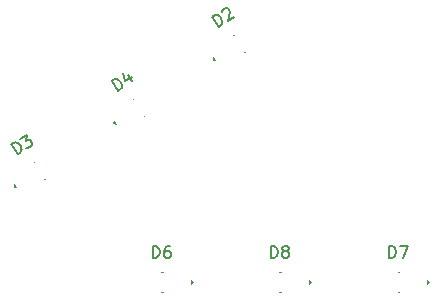
<source format=gto>
G04 #@! TF.GenerationSoftware,KiCad,Pcbnew,(6.0.0)*
G04 #@! TF.CreationDate,2022-02-12T00:13:16-05:00*
G04 #@! TF.ProjectId,FalconLHS,46616c63-6f6e-44c4-9853-2e6b69636164,1A*
G04 #@! TF.SameCoordinates,Original*
G04 #@! TF.FileFunction,Legend,Top*
G04 #@! TF.FilePolarity,Positive*
%FSLAX46Y46*%
G04 Gerber Fmt 4.6, Leading zero omitted, Abs format (unit mm)*
G04 Created by KiCad (PCBNEW (6.0.0)) date 2022-02-12 00:13:16*
%MOMM*%
%LPD*%
G01*
G04 APERTURE LIST*
%ADD10C,0.150000*%
%ADD11C,0.120000*%
G04 APERTURE END LIST*
D10*
X150361904Y-119952380D02*
X150361904Y-118952380D01*
X150600000Y-118952380D01*
X150742857Y-119000000D01*
X150838095Y-119095238D01*
X150885714Y-119190476D01*
X150933333Y-119380952D01*
X150933333Y-119523809D01*
X150885714Y-119714285D01*
X150838095Y-119809523D01*
X150742857Y-119904761D01*
X150600000Y-119952380D01*
X150361904Y-119952380D01*
X151504761Y-119380952D02*
X151409523Y-119333333D01*
X151361904Y-119285714D01*
X151314285Y-119190476D01*
X151314285Y-119142857D01*
X151361904Y-119047619D01*
X151409523Y-119000000D01*
X151504761Y-118952380D01*
X151695238Y-118952380D01*
X151790476Y-119000000D01*
X151838095Y-119047619D01*
X151885714Y-119142857D01*
X151885714Y-119190476D01*
X151838095Y-119285714D01*
X151790476Y-119333333D01*
X151695238Y-119380952D01*
X151504761Y-119380952D01*
X151409523Y-119428571D01*
X151361904Y-119476190D01*
X151314285Y-119571428D01*
X151314285Y-119761904D01*
X151361904Y-119857142D01*
X151409523Y-119904761D01*
X151504761Y-119952380D01*
X151695238Y-119952380D01*
X151790476Y-119904761D01*
X151838095Y-119857142D01*
X151885714Y-119761904D01*
X151885714Y-119571428D01*
X151838095Y-119476190D01*
X151790476Y-119428571D01*
X151695238Y-119380952D01*
X145920465Y-100378066D02*
X145383269Y-99534608D01*
X145584092Y-99406705D01*
X145730167Y-99370127D01*
X145861657Y-99399295D01*
X145952984Y-99454043D01*
X146095471Y-99589121D01*
X146172214Y-99709615D01*
X146234372Y-99895854D01*
X146245369Y-100001764D01*
X146216201Y-100133255D01*
X146121288Y-100250162D01*
X145920465Y-100378066D01*
X146237723Y-99103322D02*
X146252307Y-99037577D01*
X146307055Y-98946250D01*
X146507878Y-98818346D01*
X146613788Y-98807350D01*
X146679534Y-98821933D01*
X146770860Y-98876682D01*
X146822021Y-98957011D01*
X146858599Y-99103086D01*
X146683593Y-99892031D01*
X147205733Y-99559480D01*
X137420465Y-105778066D02*
X136883269Y-104934608D01*
X137084092Y-104806705D01*
X137230167Y-104770127D01*
X137361657Y-104799295D01*
X137452984Y-104854043D01*
X137595471Y-104989121D01*
X137672214Y-105109615D01*
X137734372Y-105295854D01*
X137745369Y-105401764D01*
X137716201Y-105533255D01*
X137621288Y-105650162D01*
X137420465Y-105778066D01*
X138267273Y-104448337D02*
X138625404Y-105010642D01*
X137861804Y-104254924D02*
X138044692Y-104985298D01*
X138566832Y-104652747D01*
X160361904Y-119952380D02*
X160361904Y-118952380D01*
X160600000Y-118952380D01*
X160742857Y-119000000D01*
X160838095Y-119095238D01*
X160885714Y-119190476D01*
X160933333Y-119380952D01*
X160933333Y-119523809D01*
X160885714Y-119714285D01*
X160838095Y-119809523D01*
X160742857Y-119904761D01*
X160600000Y-119952380D01*
X160361904Y-119952380D01*
X161266666Y-118952380D02*
X161933333Y-118952380D01*
X161504761Y-119952380D01*
X140361904Y-119952380D02*
X140361904Y-118952380D01*
X140600000Y-118952380D01*
X140742857Y-119000000D01*
X140838095Y-119095238D01*
X140885714Y-119190476D01*
X140933333Y-119380952D01*
X140933333Y-119523809D01*
X140885714Y-119714285D01*
X140838095Y-119809523D01*
X140742857Y-119904761D01*
X140600000Y-119952380D01*
X140361904Y-119952380D01*
X141790476Y-118952380D02*
X141600000Y-118952380D01*
X141504761Y-119000000D01*
X141457142Y-119047619D01*
X141361904Y-119190476D01*
X141314285Y-119380952D01*
X141314285Y-119761904D01*
X141361904Y-119857142D01*
X141409523Y-119904761D01*
X141504761Y-119952380D01*
X141695238Y-119952380D01*
X141790476Y-119904761D01*
X141838095Y-119857142D01*
X141885714Y-119761904D01*
X141885714Y-119523809D01*
X141838095Y-119428571D01*
X141790476Y-119380952D01*
X141695238Y-119333333D01*
X141504761Y-119333333D01*
X141409523Y-119380952D01*
X141361904Y-119428571D01*
X141314285Y-119523809D01*
X128920464Y-111178066D02*
X128383268Y-110334608D01*
X128584091Y-110206705D01*
X128730166Y-110170127D01*
X128861656Y-110199295D01*
X128952983Y-110254043D01*
X129095470Y-110389121D01*
X129172213Y-110509615D01*
X129234371Y-110695854D01*
X129245368Y-110801764D01*
X129216200Y-110933255D01*
X129121287Y-111050162D01*
X128920464Y-111178066D01*
X129146396Y-109848574D02*
X129668536Y-109516023D01*
X129592030Y-110016406D01*
X129712524Y-109939663D01*
X129818434Y-109928667D01*
X129884179Y-109943250D01*
X129975505Y-109997999D01*
X130103409Y-110198822D01*
X130114406Y-110304732D01*
X130099822Y-110370477D01*
X130045074Y-110461804D01*
X129804086Y-110615288D01*
X129698176Y-110626285D01*
X129632431Y-110611701D01*
D11*
X151180000Y-121150000D02*
X151080000Y-121150000D01*
X151180000Y-122850000D02*
X151080000Y-122850000D01*
X151130000Y-121150000D02*
X151180000Y-121150000D01*
X153730000Y-122000000D02*
X153580000Y-122150000D01*
X153580000Y-122150000D02*
X153580000Y-121850000D01*
X153580000Y-121850000D02*
X153730000Y-122000000D01*
G36*
X153730000Y-122000000D02*
G01*
X153580000Y-122150000D01*
X153580000Y-121850000D01*
X153730000Y-122000000D01*
G37*
X153730000Y-122000000D02*
X153580000Y-122150000D01*
X153580000Y-121850000D01*
X153730000Y-122000000D01*
X147139643Y-101100652D02*
X147223989Y-101046933D01*
X148052877Y-102534529D02*
X148137223Y-102480810D01*
X148095050Y-102507670D02*
X148052877Y-102534529D01*
X145445444Y-103187442D02*
X145491384Y-102980344D01*
X145491384Y-102980344D02*
X145652543Y-103233381D01*
X145652543Y-103233381D02*
X145445444Y-103187442D01*
G36*
X145652543Y-103233381D02*
G01*
X145445444Y-103187442D01*
X145491384Y-102980344D01*
X145652543Y-103233381D01*
G37*
X145652543Y-103233381D02*
X145445444Y-103187442D01*
X145491384Y-102980344D01*
X145652543Y-103233381D01*
X139620578Y-107909914D02*
X139704924Y-107856195D01*
X139662751Y-107883055D02*
X139620578Y-107909914D01*
X138707344Y-106476037D02*
X138791690Y-106422318D01*
X137013145Y-108562827D02*
X137059085Y-108355729D01*
X137059085Y-108355729D02*
X137220244Y-108608766D01*
X137220244Y-108608766D02*
X137013145Y-108562827D01*
G36*
X137220244Y-108608766D02*
G01*
X137013145Y-108562827D01*
X137059085Y-108355729D01*
X137220244Y-108608766D01*
G37*
X137220244Y-108608766D02*
X137013145Y-108562827D01*
X137059085Y-108355729D01*
X137220244Y-108608766D01*
X161180000Y-122850000D02*
X161080000Y-122850000D01*
X161130000Y-121150000D02*
X161180000Y-121150000D01*
X161180000Y-121150000D02*
X161080000Y-121150000D01*
X163730000Y-122000000D02*
X163580000Y-122150000D01*
X163580000Y-122150000D02*
X163580000Y-121850000D01*
X163580000Y-121850000D02*
X163730000Y-122000000D01*
G36*
X163730000Y-122000000D02*
G01*
X163580000Y-122150000D01*
X163580000Y-121850000D01*
X163730000Y-122000000D01*
G37*
X163730000Y-122000000D02*
X163580000Y-122150000D01*
X163580000Y-121850000D01*
X163730000Y-122000000D01*
X141180000Y-122850000D02*
X141080000Y-122850000D01*
X141130000Y-121150000D02*
X141180000Y-121150000D01*
X141180000Y-121150000D02*
X141080000Y-121150000D01*
X143730000Y-122000000D02*
X143580000Y-122150000D01*
X143580000Y-122150000D02*
X143580000Y-121850000D01*
X143580000Y-121850000D02*
X143730000Y-122000000D01*
G36*
X143730000Y-122000000D02*
G01*
X143580000Y-122150000D01*
X143580000Y-121850000D01*
X143730000Y-122000000D01*
G37*
X143730000Y-122000000D02*
X143580000Y-122150000D01*
X143580000Y-121850000D01*
X143730000Y-122000000D01*
X131214165Y-113230891D02*
X131171992Y-113257750D01*
X131171992Y-113257750D02*
X131256338Y-113204031D01*
X130258758Y-111823873D02*
X130343104Y-111770154D01*
X128564559Y-113910663D02*
X128610499Y-113703565D01*
X128610499Y-113703565D02*
X128771658Y-113956602D01*
X128771658Y-113956602D02*
X128564559Y-113910663D01*
G36*
X128771658Y-113956602D02*
G01*
X128564559Y-113910663D01*
X128610499Y-113703565D01*
X128771658Y-113956602D01*
G37*
X128771658Y-113956602D02*
X128564559Y-113910663D01*
X128610499Y-113703565D01*
X128771658Y-113956602D01*
M02*

</source>
